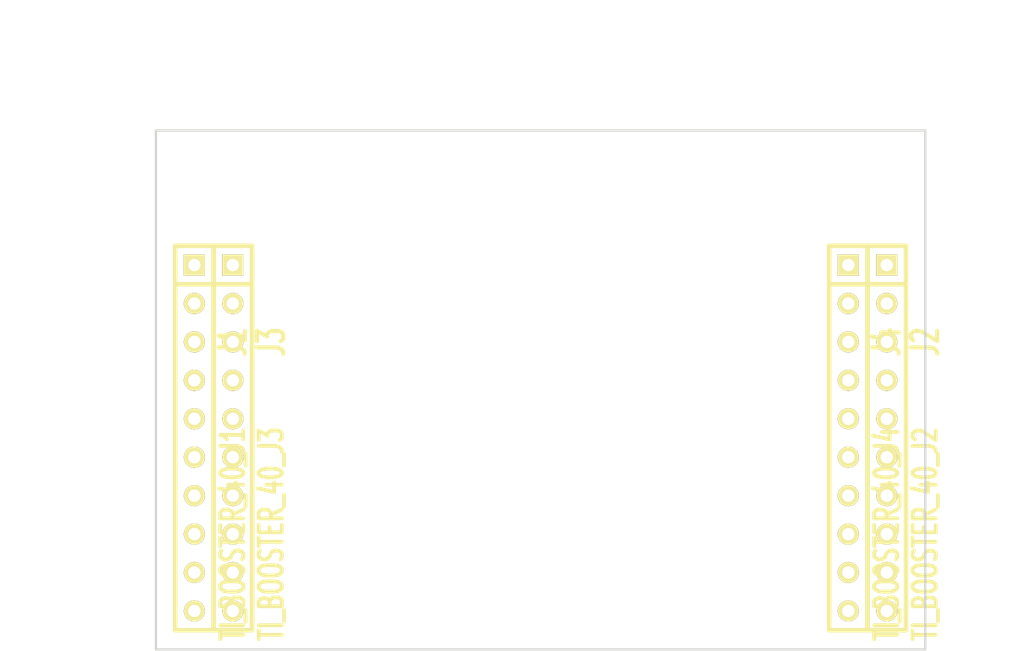
<source format=kicad_pcb>
(kicad_pcb (version 20160815) (host pcbnew "(2016-12-12 revision b1e37ae)-master")

  (general
    (links 1)
    (no_connects 1)
    (area 182.804999 112.954999 233.755001 147.395001)
    (thickness 1.6)
    (drawings 7)
    (tracks 0)
    (zones 0)
    (modules 4)
    (nets 2)
  )

  (page A3)
  (layers
    (0 F.Cu signal)
    (31 B.Cu signal)
    (32 B.Adhes user)
    (33 F.Adhes user)
    (34 B.Paste user)
    (35 F.Paste user)
    (36 B.SilkS user)
    (37 F.SilkS user)
    (38 B.Mask user)
    (39 F.Mask user)
    (40 Dwgs.User user)
    (41 Cmts.User user)
    (42 Eco1.User user)
    (43 Eco2.User user)
    (44 Edge.Cuts user)
  )

  (setup
    (last_trace_width 0.254)
    (trace_clearance 0.254)
    (zone_clearance 0.508)
    (zone_45_only no)
    (trace_min 0.254)
    (segment_width 0.20066)
    (edge_width 0.14986)
    (via_size 0.889)
    (via_drill 0.635)
    (via_min_size 0.889)
    (via_min_drill 0.508)
    (uvia_size 0.508)
    (uvia_drill 0.127)
    (uvias_allowed no)
    (uvia_min_size 0.508)
    (uvia_min_drill 0.127)
    (pcb_text_width 0.3)
    (pcb_text_size 1 1)
    (mod_edge_width 0.14986)
    (mod_text_size 1 1)
    (mod_text_width 0.15)
    (pad_size 1 1)
    (pad_drill 0.6)
    (pad_to_mask_clearance 0)
    (aux_axis_origin 0 0)
    (visible_elements 7FFFFFFF)
    (pcbplotparams
      (layerselection 0x00030_ffffffff)
      (usegerberextensions true)
      (excludeedgelayer true)
      (linewidth 0.150000)
      (plotframeref false)
      (viasonmask false)
      (mode 1)
      (useauxorigin false)
      (hpglpennumber 1)
      (hpglpenspeed 20)
      (hpglpendiameter 15)
      (psnegative false)
      (psa4output false)
      (plotreference true)
      (plotvalue true)
      (plotinvisibletext false)
      (padsonsilk false)
      (subtractmaskfromsilk false)
      (outputformat 1)
      (mirror false)
      (drillshape 1)
      (scaleselection 1)
      (outputdirectory ""))
  )

  (net 0 "")
  (net 1 GND)

  (net_class Default "This is the default net class."
    (clearance 0.254)
    (trace_width 0.254)
    (via_dia 0.889)
    (via_drill 0.635)
    (uvia_dia 0.508)
    (uvia_drill 0.127)
    (add_net GND)
  )

  (module Connect:SIL-10 (layer F.Cu) (tedit 0) (tstamp 584FAB93)
    (at 185.42 133.35 270)
    (descr "Connecteur 10 pins")
    (tags "CONN DEV")
    (path /5080DB5C)
    (fp_text reference J1 (at -6.35 -2.54 270) (layer F.SilkS)
      (effects (font (size 1.72974 1.08712) (thickness 0.3048)))
    )
    (fp_text value TI_BOOSTER_40_J1 (at 6.35 -2.54 270) (layer F.SilkS)
      (effects (font (size 1.524 1.016) (thickness 0.3048)))
    )
    (fp_line (start -12.7 1.27) (end -12.7 -1.27) (layer F.SilkS) (width 0.3048))
    (fp_line (start -12.7 -1.27) (end 12.7 -1.27) (layer F.SilkS) (width 0.3048))
    (fp_line (start 12.7 -1.27) (end 12.7 1.27) (layer F.SilkS) (width 0.3048))
    (fp_line (start 12.7 1.27) (end -12.7 1.27) (layer F.SilkS) (width 0.3048))
    (fp_line (start -10.16 1.27) (end -10.16 -1.27) (layer F.SilkS) (width 0.3048))
    (pad 1 thru_hole rect (at -11.43 0 270) (size 1.397 1.397) (drill 0.8128) (layers *.Cu *.Mask F.SilkS))
    (pad 2 thru_hole circle (at -8.89 0 270) (size 1.397 1.397) (drill 0.8128) (layers *.Cu *.Mask F.SilkS))
    (pad 3 thru_hole circle (at -6.35 0 270) (size 1.397 1.397) (drill 0.8128) (layers *.Cu *.Mask F.SilkS))
    (pad 4 thru_hole circle (at -3.81 0 270) (size 1.397 1.397) (drill 0.8128) (layers *.Cu *.Mask F.SilkS))
    (pad 5 thru_hole circle (at -1.27 0 270) (size 1.397 1.397) (drill 0.8128) (layers *.Cu *.Mask F.SilkS))
    (pad 6 thru_hole circle (at 1.27 0 270) (size 1.397 1.397) (drill 0.8128) (layers *.Cu *.Mask F.SilkS))
    (pad 7 thru_hole circle (at 3.81 0 270) (size 1.397 1.397) (drill 0.8128) (layers *.Cu *.Mask F.SilkS))
    (pad 8 thru_hole circle (at 6.35 0 270) (size 1.397 1.397) (drill 0.8128) (layers *.Cu *.Mask F.SilkS))
    (pad 9 thru_hole circle (at 8.89 0 270) (size 1.397 1.397) (drill 0.8128) (layers *.Cu *.Mask F.SilkS))
    (pad 10 thru_hole circle (at 11.43 0 270) (size 1.397 1.397) (drill 0.8128) (layers *.Cu *.Mask F.SilkS))
  )

  (module Connect:SIL-10 (layer F.Cu) (tedit 0) (tstamp 584FABA0)
    (at 231.14 133.35 270)
    (descr "Connecteur 10 pins")
    (tags "CONN DEV")
    (path /5080DBF4)
    (fp_text reference J2 (at -6.35 -2.54 270) (layer F.SilkS)
      (effects (font (size 1.72974 1.08712) (thickness 0.3048)))
    )
    (fp_text value TI_BOOSTER_40_J2 (at 6.35 -2.54 270) (layer F.SilkS)
      (effects (font (size 1.524 1.016) (thickness 0.3048)))
    )
    (fp_line (start -10.16 1.27) (end -10.16 -1.27) (layer F.SilkS) (width 0.3048))
    (fp_line (start 12.7 1.27) (end -12.7 1.27) (layer F.SilkS) (width 0.3048))
    (fp_line (start 12.7 -1.27) (end 12.7 1.27) (layer F.SilkS) (width 0.3048))
    (fp_line (start -12.7 -1.27) (end 12.7 -1.27) (layer F.SilkS) (width 0.3048))
    (fp_line (start -12.7 1.27) (end -12.7 -1.27) (layer F.SilkS) (width 0.3048))
    (pad 10 thru_hole circle (at 11.43 0 270) (size 1.397 1.397) (drill 0.8128) (layers *.Cu *.Mask F.SilkS))
    (pad 9 thru_hole circle (at 8.89 0 270) (size 1.397 1.397) (drill 0.8128) (layers *.Cu *.Mask F.SilkS))
    (pad 8 thru_hole circle (at 6.35 0 270) (size 1.397 1.397) (drill 0.8128) (layers *.Cu *.Mask F.SilkS))
    (pad 7 thru_hole circle (at 3.81 0 270) (size 1.397 1.397) (drill 0.8128) (layers *.Cu *.Mask F.SilkS))
    (pad 6 thru_hole circle (at 1.27 0 270) (size 1.397 1.397) (drill 0.8128) (layers *.Cu *.Mask F.SilkS))
    (pad 5 thru_hole circle (at -1.27 0 270) (size 1.397 1.397) (drill 0.8128) (layers *.Cu *.Mask F.SilkS))
    (pad 4 thru_hole circle (at -3.81 0 270) (size 1.397 1.397) (drill 0.8128) (layers *.Cu *.Mask F.SilkS))
    (pad 3 thru_hole circle (at -6.35 0 270) (size 1.397 1.397) (drill 0.8128) (layers *.Cu *.Mask F.SilkS))
    (pad 2 thru_hole circle (at -8.89 0 270) (size 1.397 1.397) (drill 0.8128) (layers *.Cu *.Mask F.SilkS))
    (pad 1 thru_hole rect (at -11.43 0 270) (size 1.397 1.397) (drill 0.8128) (layers *.Cu *.Mask F.SilkS)
      (net 1 GND))
  )

  (module Connect:SIL-10 (layer F.Cu) (tedit 0) (tstamp 584FABAD)
    (at 187.96 133.35 270)
    (descr "Connecteur 10 pins")
    (tags "CONN DEV")
    (path /5080DC03)
    (fp_text reference J3 (at -6.35 -2.54 270) (layer F.SilkS)
      (effects (font (size 1.72974 1.08712) (thickness 0.3048)))
    )
    (fp_text value TI_BOOSTER_40_J3 (at 6.35 -2.54 270) (layer F.SilkS)
      (effects (font (size 1.524 1.016) (thickness 0.3048)))
    )
    (fp_line (start -12.7 1.27) (end -12.7 -1.27) (layer F.SilkS) (width 0.3048))
    (fp_line (start -12.7 -1.27) (end 12.7 -1.27) (layer F.SilkS) (width 0.3048))
    (fp_line (start 12.7 -1.27) (end 12.7 1.27) (layer F.SilkS) (width 0.3048))
    (fp_line (start 12.7 1.27) (end -12.7 1.27) (layer F.SilkS) (width 0.3048))
    (fp_line (start -10.16 1.27) (end -10.16 -1.27) (layer F.SilkS) (width 0.3048))
    (pad 1 thru_hole rect (at -11.43 0 270) (size 1.397 1.397) (drill 0.8128) (layers *.Cu *.Mask F.SilkS))
    (pad 2 thru_hole circle (at -8.89 0 270) (size 1.397 1.397) (drill 0.8128) (layers *.Cu *.Mask F.SilkS)
      (net 1 GND))
    (pad 3 thru_hole circle (at -6.35 0 270) (size 1.397 1.397) (drill 0.8128) (layers *.Cu *.Mask F.SilkS))
    (pad 4 thru_hole circle (at -3.81 0 270) (size 1.397 1.397) (drill 0.8128) (layers *.Cu *.Mask F.SilkS))
    (pad 5 thru_hole circle (at -1.27 0 270) (size 1.397 1.397) (drill 0.8128) (layers *.Cu *.Mask F.SilkS))
    (pad 6 thru_hole circle (at 1.27 0 270) (size 1.397 1.397) (drill 0.8128) (layers *.Cu *.Mask F.SilkS))
    (pad 7 thru_hole circle (at 3.81 0 270) (size 1.397 1.397) (drill 0.8128) (layers *.Cu *.Mask F.SilkS))
    (pad 8 thru_hole circle (at 6.35 0 270) (size 1.397 1.397) (drill 0.8128) (layers *.Cu *.Mask F.SilkS))
    (pad 9 thru_hole circle (at 8.89 0 270) (size 1.397 1.397) (drill 0.8128) (layers *.Cu *.Mask F.SilkS))
    (pad 10 thru_hole circle (at 11.43 0 270) (size 1.397 1.397) (drill 0.8128) (layers *.Cu *.Mask F.SilkS))
  )

  (module Connect:SIL-10 (layer F.Cu) (tedit 0) (tstamp 584FABBA)
    (at 228.6 133.35 270)
    (descr "Connecteur 10 pins")
    (tags "CONN DEV")
    (path /5080DC12)
    (fp_text reference J4 (at -6.35 -2.54 270) (layer F.SilkS)
      (effects (font (size 1.72974 1.08712) (thickness 0.3048)))
    )
    (fp_text value TI_BOOSTER_40_J4 (at 6.35 -2.54 270) (layer F.SilkS)
      (effects (font (size 1.524 1.016) (thickness 0.3048)))
    )
    (fp_line (start -10.16 1.27) (end -10.16 -1.27) (layer F.SilkS) (width 0.3048))
    (fp_line (start 12.7 1.27) (end -12.7 1.27) (layer F.SilkS) (width 0.3048))
    (fp_line (start 12.7 -1.27) (end 12.7 1.27) (layer F.SilkS) (width 0.3048))
    (fp_line (start -12.7 -1.27) (end 12.7 -1.27) (layer F.SilkS) (width 0.3048))
    (fp_line (start -12.7 1.27) (end -12.7 -1.27) (layer F.SilkS) (width 0.3048))
    (pad 10 thru_hole circle (at 11.43 0 270) (size 1.397 1.397) (drill 0.8128) (layers *.Cu *.Mask F.SilkS))
    (pad 9 thru_hole circle (at 8.89 0 270) (size 1.397 1.397) (drill 0.8128) (layers *.Cu *.Mask F.SilkS))
    (pad 8 thru_hole circle (at 6.35 0 270) (size 1.397 1.397) (drill 0.8128) (layers *.Cu *.Mask F.SilkS))
    (pad 7 thru_hole circle (at 3.81 0 270) (size 1.397 1.397) (drill 0.8128) (layers *.Cu *.Mask F.SilkS))
    (pad 6 thru_hole circle (at 1.27 0 270) (size 1.397 1.397) (drill 0.8128) (layers *.Cu *.Mask F.SilkS))
    (pad 5 thru_hole circle (at -1.27 0 270) (size 1.397 1.397) (drill 0.8128) (layers *.Cu *.Mask F.SilkS))
    (pad 4 thru_hole circle (at -3.81 0 270) (size 1.397 1.397) (drill 0.8128) (layers *.Cu *.Mask F.SilkS))
    (pad 3 thru_hole circle (at -6.35 0 270) (size 1.397 1.397) (drill 0.8128) (layers *.Cu *.Mask F.SilkS))
    (pad 2 thru_hole circle (at -8.89 0 270) (size 1.397 1.397) (drill 0.8128) (layers *.Cu *.Mask F.SilkS))
    (pad 1 thru_hole rect (at -11.43 0 270) (size 1.397 1.397) (drill 0.8128) (layers *.Cu *.Mask F.SilkS))
  )

  (dimension 34.29 (width 0.25) (layer Dwgs.User)
    (gr_text "1.3500 in" (at 176.800001 130.175 270) (layer Dwgs.User) (tstamp 584FAB60)
      (effects (font (size 1 1) (thickness 0.25)))
    )
    (feature1 (pts (xy 182.88 147.32) (xy 175.800001 147.32)))
    (feature2 (pts (xy 182.88 113.03) (xy 175.800001 113.03)))
    (crossbar (pts (xy 177.800001 113.03) (xy 177.800001 147.32)))
    (arrow1a (pts (xy 177.800001 147.32) (xy 177.213581 146.193497)))
    (arrow1b (pts (xy 177.800001 147.32) (xy 178.386421 146.193497)))
    (arrow2a (pts (xy 177.800001 113.03) (xy 177.213581 114.156503)))
    (arrow2b (pts (xy 177.800001 113.03) (xy 178.386421 114.156503)))
  )
  (dimension 8.89 (width 0.25) (layer Dwgs.User)
    (gr_text "0.3500 in" (at 238.49 117.475 90) (layer Dwgs.User) (tstamp 584FAB61)
      (effects (font (size 1 1) (thickness 0.25)))
    )
    (feature1 (pts (xy 231.14 113.03) (xy 239.49 113.03)))
    (feature2 (pts (xy 231.14 121.92) (xy 239.49 121.92)))
    (crossbar (pts (xy 237.49 121.92) (xy 237.49 113.03)))
    (arrow1a (pts (xy 237.49 113.03) (xy 238.07642 114.156503)))
    (arrow1b (pts (xy 237.49 113.03) (xy 236.90358 114.156503)))
    (arrow2a (pts (xy 237.49 121.92) (xy 238.07642 120.793497)))
    (arrow2b (pts (xy 237.49 121.92) (xy 236.90358 120.793497)))
  )
  (gr_line (start 233.68 147.32) (end 182.88 147.32) (angle 90) (layer Edge.Cuts) (width 0.15))
  (dimension 50.8 (width 0.25) (layer Dwgs.User)
    (gr_text "2.0000 in" (at 208.28 105.680002) (layer Dwgs.User) (tstamp 584FAB62)
      (effects (font (size 1 1) (thickness 0.25)))
    )
    (feature1 (pts (xy 233.68 113.03) (xy 233.68 104.680002)))
    (feature2 (pts (xy 182.88 113.03) (xy 182.88 104.680002)))
    (crossbar (pts (xy 182.88 106.680002) (xy 233.68 106.680002)))
    (arrow1a (pts (xy 233.68 106.680002) (xy 232.553497 107.266422)))
    (arrow1b (pts (xy 233.68 106.680002) (xy 232.553497 106.093582)))
    (arrow2a (pts (xy 182.88 106.680002) (xy 184.006503 107.266422)))
    (arrow2b (pts (xy 182.88 106.680002) (xy 184.006503 106.093582)))
  )
  (gr_line (start 182.88 147.32) (end 182.88 113.03) (angle 90) (layer Edge.Cuts) (width 0.14986))
  (gr_line (start 233.68 113.03) (end 233.68 147.32) (angle 90) (layer Edge.Cuts) (width 0.14986))
  (gr_line (start 182.88 113.03) (end 233.68 113.03) (angle 90) (layer Edge.Cuts) (width 0.15))

)

</source>
